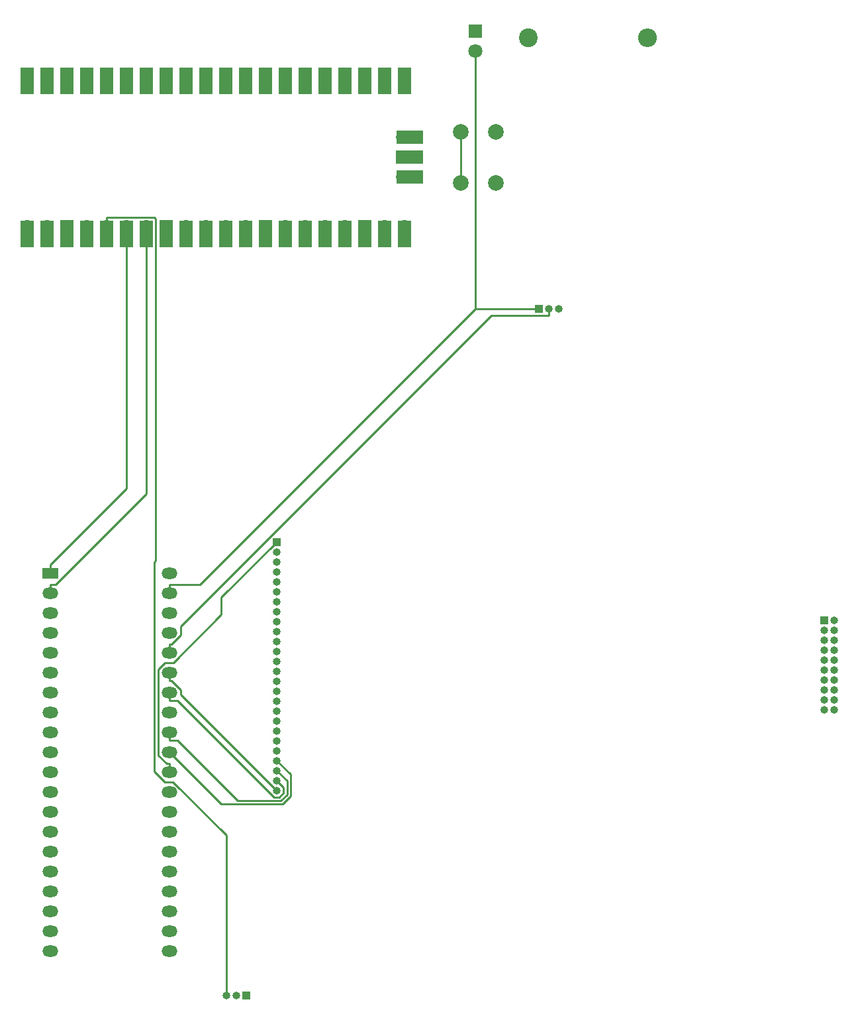
<source format=gbr>
%TF.GenerationSoftware,KiCad,Pcbnew,6.0.2+dfsg-1*%
%TF.CreationDate,2023-02-26T16:07:03-08:00*%
%TF.ProjectId,pico-devboard,7069636f-2d64-4657-9662-6f6172642e6b,rev?*%
%TF.SameCoordinates,Original*%
%TF.FileFunction,Copper,L1,Top*%
%TF.FilePolarity,Positive*%
%FSLAX46Y46*%
G04 Gerber Fmt 4.6, Leading zero omitted, Abs format (unit mm)*
G04 Created by KiCad (PCBNEW 6.0.2+dfsg-1) date 2023-02-26 16:07:03*
%MOMM*%
%LPD*%
G01*
G04 APERTURE LIST*
%TA.AperFunction,ComponentPad*%
%ADD10C,2.000000*%
%TD*%
%TA.AperFunction,ComponentPad*%
%ADD11C,2.400000*%
%TD*%
%TA.AperFunction,ComponentPad*%
%ADD12O,2.400000X2.400000*%
%TD*%
%TA.AperFunction,ComponentPad*%
%ADD13O,1.000000X1.000000*%
%TD*%
%TA.AperFunction,ComponentPad*%
%ADD14R,1.000000X1.000000*%
%TD*%
%TA.AperFunction,ComponentPad*%
%ADD15R,1.800000X1.800000*%
%TD*%
%TA.AperFunction,ComponentPad*%
%ADD16C,1.800000*%
%TD*%
%TA.AperFunction,ComponentPad*%
%ADD17R,2.000000X1.440000*%
%TD*%
%TA.AperFunction,ComponentPad*%
%ADD18O,2.000000X1.440000*%
%TD*%
%TA.AperFunction,SMDPad,CuDef*%
%ADD19R,1.700000X3.500000*%
%TD*%
%TA.AperFunction,ComponentPad*%
%ADD20O,1.700000X1.700000*%
%TD*%
%TA.AperFunction,ComponentPad*%
%ADD21R,1.700000X1.700000*%
%TD*%
%TA.AperFunction,SMDPad,CuDef*%
%ADD22R,3.500000X1.700000*%
%TD*%
%TA.AperFunction,Conductor*%
%ADD23C,0.250000*%
%TD*%
G04 APERTURE END LIST*
D10*
%TO.P,SW1,1,1*%
%TO.N,Net-(SW1-Pad1)*%
X91730000Y-48450000D03*
X91730000Y-41950000D03*
%TO.P,SW1,2,2*%
%TO.N,GND*%
X96230000Y-48450000D03*
X96230000Y-41950000D03*
%TD*%
D11*
%TO.P,R1,1*%
%TO.N,GND*%
X100350000Y-29900000D03*
D12*
%TO.P,R1,2*%
%TO.N,Net-(D1-Pad1)*%
X115590000Y-29900000D03*
%TD*%
D13*
%TO.P,J3,20,Pin_20*%
%TO.N,/j*%
X139445000Y-115805000D03*
%TO.P,J3,19,Pin_19*%
X138175000Y-115805000D03*
%TO.P,J3,18,Pin_18*%
%TO.N,/i*%
X139445000Y-114535000D03*
%TO.P,J3,17,Pin_17*%
X138175000Y-114535000D03*
%TO.P,J3,16,Pin_16*%
%TO.N,/h*%
X139445000Y-113265000D03*
%TO.P,J3,15,Pin_15*%
X138175000Y-113265000D03*
%TO.P,J3,14,Pin_14*%
%TO.N,/g*%
X139445000Y-111995000D03*
%TO.P,J3,13,Pin_13*%
X138175000Y-111995000D03*
%TO.P,J3,12,Pin_12*%
%TO.N,/f*%
X139445000Y-110725000D03*
%TO.P,J3,11,Pin_11*%
X138175000Y-110725000D03*
%TO.P,J3,10,Pin_10*%
%TO.N,/e*%
X139445000Y-109455000D03*
%TO.P,J3,9,Pin_9*%
X138175000Y-109455000D03*
%TO.P,J3,8,Pin_8*%
%TO.N,/d*%
X139445000Y-108185000D03*
%TO.P,J3,7,Pin_7*%
X138175000Y-108185000D03*
%TO.P,J3,6,Pin_6*%
%TO.N,/c*%
X139445000Y-106915000D03*
%TO.P,J3,5,Pin_5*%
X138175000Y-106915000D03*
%TO.P,J3,4,Pin_4*%
%TO.N,/b*%
X139445000Y-105645000D03*
%TO.P,J3,3,Pin_3*%
X138175000Y-105645000D03*
%TO.P,J3,2,Pin_2*%
%TO.N,/a*%
X139445000Y-104375000D03*
D14*
%TO.P,J3,1,Pin_1*%
X138175000Y-104375000D03*
%TD*%
D15*
%TO.P,D1,1,K*%
%TO.N,Net-(D1-Pad1)*%
X93590000Y-29115000D03*
D16*
%TO.P,D1,2,A*%
%TO.N,+5V*%
X93590000Y-31655000D03*
%TD*%
D14*
%TO.P,J5,1,Pin_1*%
%TO.N,/SWDIO*%
X64270000Y-152300000D03*
D13*
%TO.P,J5,2,Pin_2*%
%TO.N,GND*%
X63000000Y-152300000D03*
%TO.P,J5,3,Pin_3*%
%TO.N,/SWCLK*%
X61730000Y-152300000D03*
%TD*%
D17*
%TO.P,J4,1,Pin_1*%
%TO.N,/UART_RX*%
X39207500Y-98310000D03*
D18*
%TO.P,J4,2,Pin_2*%
%TO.N,/UART_TX*%
X39207500Y-100850000D03*
%TO.P,J4,3,Pin_3*%
%TO.N,GND*%
X39207500Y-103390000D03*
%TO.P,J4,4,Pin_4*%
%TO.N,/GPIO_2*%
X39207500Y-105930000D03*
%TO.P,J4,5,Pin_5*%
%TO.N,/GPIO_3*%
X39207500Y-108470000D03*
%TO.P,J4,6,Pin_6*%
%TO.N,/GPIO_4*%
X39207500Y-111010000D03*
%TO.P,J4,7,Pin_7*%
%TO.N,/GPIO_5*%
X39207500Y-113550000D03*
%TO.P,J4,8,Pin_8*%
%TO.N,GND*%
X39207500Y-116090000D03*
%TO.P,J4,9,Pin_9*%
%TO.N,/GPIO_6*%
X39207500Y-118630000D03*
%TO.P,J4,10,Pin_10*%
%TO.N,/GPIO_7*%
X39207500Y-121170000D03*
%TO.P,J4,11,Pin_11*%
%TO.N,/GPIO_8*%
X39207500Y-123710000D03*
%TO.P,J4,12,Pin_12*%
%TO.N,/GPIO_9*%
X39207500Y-126250000D03*
%TO.P,J4,13,Pin_13*%
%TO.N,GND*%
X39207500Y-128790000D03*
%TO.P,J4,14,Pin_14*%
%TO.N,/GPIO_10*%
X39207500Y-131330000D03*
%TO.P,J4,15,Pin_15*%
%TO.N,/GPIO_11*%
X39207500Y-133870000D03*
%TO.P,J4,16,Pin_16*%
%TO.N,/GPIO_12*%
X39207500Y-136410000D03*
%TO.P,J4,17,Pin_17*%
%TO.N,/GPIO_13*%
X39207500Y-138950000D03*
%TO.P,J4,18,Pin_18*%
%TO.N,GND*%
X39207500Y-141490000D03*
%TO.P,J4,19,Pin_19*%
%TO.N,/GPIO_14*%
X39207500Y-144030000D03*
%TO.P,J4,20,Pin_20*%
%TO.N,/GPIO_15*%
X39207500Y-146570000D03*
%TO.P,J4,21,Pin_21*%
%TO.N,/GPIO_16*%
X54447500Y-146570000D03*
%TO.P,J4,22,Pin_22*%
%TO.N,/GPIO_17*%
X54447500Y-144030000D03*
%TO.P,J4,23,Pin_23*%
%TO.N,GND*%
X54447500Y-141490000D03*
%TO.P,J4,24,Pin_24*%
%TO.N,/GPIO_18*%
X54447500Y-138950000D03*
%TO.P,J4,25,Pin_25*%
%TO.N,/GPIO_19*%
X54447500Y-136410000D03*
%TO.P,J4,26,Pin_26*%
%TO.N,/GPIO_20*%
X54447500Y-133870000D03*
%TO.P,J4,27,Pin_27*%
%TO.N,/GPIO_21*%
X54447500Y-131330000D03*
%TO.P,J4,28,Pin_28*%
%TO.N,GND*%
X54447500Y-128790000D03*
%TO.P,J4,29,Pin_29*%
%TO.N,/GPIO_22*%
X54447500Y-126250000D03*
%TO.P,J4,30,Pin_30*%
%TO.N,/RUN*%
X54447500Y-123710000D03*
%TO.P,J4,31,Pin_31*%
%TO.N,/GPIO_26*%
X54447500Y-121170000D03*
%TO.P,J4,32,Pin_32*%
%TO.N,/GPIO_27*%
X54447500Y-118630000D03*
%TO.P,J4,33,Pin_33*%
%TO.N,GND*%
X54447500Y-116090000D03*
%TO.P,J4,34,Pin_34*%
%TO.N,/GPIO_28*%
X54447500Y-113550000D03*
%TO.P,J4,35,Pin_35*%
%TO.N,/ADC_VREF*%
X54447500Y-111010000D03*
%TO.P,J4,36,Pin_36*%
%TO.N,+3V3*%
X54447500Y-108470000D03*
%TO.P,J4,37,Pin_37*%
%TO.N,unconnected-(J4-Pad37)*%
X54447500Y-105930000D03*
%TO.P,J4,38,Pin_38*%
%TO.N,GND*%
X54447500Y-103390000D03*
%TO.P,J4,39,Pin_39*%
%TO.N,+5V*%
X54447500Y-100850000D03*
%TO.P,J4,40,Pin_40*%
%TO.N,unconnected-(J4-Pad40)*%
X54447500Y-98310000D03*
%TD*%
D14*
%TO.P,J2,1,Pin_1*%
%TO.N,/RUN*%
X68200000Y-94325000D03*
D13*
%TO.P,J2,2,Pin_2*%
%TO.N,/GPIO_2*%
X68200000Y-95595000D03*
%TO.P,J2,3,Pin_3*%
%TO.N,/GPIO_3*%
X68200000Y-96865000D03*
%TO.P,J2,4,Pin_4*%
%TO.N,/GPIO_4*%
X68200000Y-98135000D03*
%TO.P,J2,5,Pin_5*%
%TO.N,/GPIO_5*%
X68200000Y-99405000D03*
%TO.P,J2,6,Pin_6*%
%TO.N,/GPIO_6*%
X68200000Y-100675000D03*
%TO.P,J2,7,Pin_7*%
%TO.N,/GPIO_7*%
X68200000Y-101945000D03*
%TO.P,J2,8,Pin_8*%
%TO.N,/GPIO_8*%
X68200000Y-103215000D03*
%TO.P,J2,9,Pin_9*%
%TO.N,/GPIO_9*%
X68200000Y-104485000D03*
%TO.P,J2,10,Pin_10*%
%TO.N,/GPIO_10*%
X68200000Y-105755000D03*
%TO.P,J2,11,Pin_11*%
%TO.N,/GPIO_11*%
X68200000Y-107025000D03*
%TO.P,J2,12,Pin_12*%
%TO.N,/GPIO_12*%
X68200000Y-108295000D03*
%TO.P,J2,13,Pin_13*%
%TO.N,/GPIO_13*%
X68200000Y-109565000D03*
%TO.P,J2,14,Pin_14*%
%TO.N,/GPIO_14*%
X68200000Y-110835000D03*
%TO.P,J2,15,Pin_15*%
%TO.N,/GPIO_15*%
X68200000Y-112105000D03*
%TO.P,J2,16,Pin_16*%
%TO.N,/GPIO_16*%
X68200000Y-113375000D03*
%TO.P,J2,17,Pin_17*%
%TO.N,/GPIO_17*%
X68200000Y-114645000D03*
%TO.P,J2,18,Pin_18*%
%TO.N,/GPIO_18*%
X68200000Y-115915000D03*
%TO.P,J2,19,Pin_19*%
%TO.N,/GPIO_19*%
X68200000Y-117185000D03*
%TO.P,J2,20,Pin_20*%
%TO.N,/GPIO_20*%
X68200000Y-118455000D03*
%TO.P,J2,21,Pin_21*%
%TO.N,/GPIO_21*%
X68200000Y-119725000D03*
%TO.P,J2,22,Pin_22*%
%TO.N,/GPIO_22*%
X68200000Y-120995000D03*
%TO.P,J2,23,Pin_23*%
%TO.N,/GPIO_26*%
X68200000Y-122265000D03*
%TO.P,J2,24,Pin_24*%
%TO.N,/GPIO_27*%
X68200000Y-123535000D03*
%TO.P,J2,25,Pin_25*%
%TO.N,/GPIO_28*%
X68200000Y-124805000D03*
%TO.P,J2,26,Pin_26*%
%TO.N,/ADC_VREF*%
X68200000Y-126075000D03*
%TD*%
%TO.P,J1,3,Pin_3*%
%TO.N,GND*%
X104275000Y-64600000D03*
%TO.P,J1,2,Pin_2*%
%TO.N,+3V3*%
X103005000Y-64600000D03*
D14*
%TO.P,J1,1,Pin_1*%
%TO.N,+5V*%
X101735000Y-64600000D03*
%TD*%
D19*
%TO.P,U1,1,GPIO0*%
%TO.N,unconnected-(U1-Pad1)*%
X36270000Y-54990000D03*
D20*
X36270000Y-54090000D03*
%TO.P,U1,2,GPIO1*%
%TO.N,unconnected-(U1-Pad2)*%
X38810000Y-54090000D03*
D19*
X38810000Y-54990000D03*
%TO.P,U1,3,GND*%
%TO.N,GND*%
X41350000Y-54990000D03*
D21*
X41350000Y-54090000D03*
D20*
%TO.P,U1,4,GPIO2*%
%TO.N,/SWDIO*%
X43890000Y-54090000D03*
D19*
X43890000Y-54990000D03*
D20*
%TO.P,U1,5,GPIO3*%
%TO.N,/SWCLK*%
X46430000Y-54090000D03*
D19*
X46430000Y-54990000D03*
%TO.P,U1,6,GPIO4*%
%TO.N,/UART_RX*%
X48970000Y-54990000D03*
D20*
X48970000Y-54090000D03*
D19*
%TO.P,U1,7,GPIO5*%
%TO.N,/UART_TX*%
X51510000Y-54990000D03*
D20*
X51510000Y-54090000D03*
D21*
%TO.P,U1,8,GND*%
%TO.N,GND*%
X54050000Y-54090000D03*
D19*
X54050000Y-54990000D03*
D20*
%TO.P,U1,9,GPIO6*%
%TO.N,unconnected-(U1-Pad9)*%
X56590000Y-54090000D03*
D19*
X56590000Y-54990000D03*
%TO.P,U1,10,GPIO7*%
%TO.N,unconnected-(U1-Pad10)*%
X59130000Y-54990000D03*
D20*
X59130000Y-54090000D03*
%TO.P,U1,11,GPIO8*%
%TO.N,unconnected-(U1-Pad11)*%
X61670000Y-54090000D03*
D19*
X61670000Y-54990000D03*
D20*
%TO.P,U1,12,GPIO9*%
%TO.N,unconnected-(U1-Pad12)*%
X64210000Y-54090000D03*
D19*
X64210000Y-54990000D03*
%TO.P,U1,13,GND*%
%TO.N,GND*%
X66750000Y-54990000D03*
D21*
X66750000Y-54090000D03*
D19*
%TO.P,U1,14,GPIO10*%
%TO.N,unconnected-(U1-Pad14)*%
X69290000Y-54990000D03*
D20*
X69290000Y-54090000D03*
D19*
%TO.P,U1,15,GPIO11*%
%TO.N,unconnected-(U1-Pad15)*%
X71830000Y-54990000D03*
D20*
X71830000Y-54090000D03*
D19*
%TO.P,U1,16,GPIO12*%
%TO.N,unconnected-(U1-Pad16)*%
X74370000Y-54990000D03*
D20*
X74370000Y-54090000D03*
D19*
%TO.P,U1,17,GPIO13*%
%TO.N,unconnected-(U1-Pad17)*%
X76910000Y-54990000D03*
D20*
X76910000Y-54090000D03*
D19*
%TO.P,U1,18,GND*%
%TO.N,GND*%
X79450000Y-54990000D03*
D21*
X79450000Y-54090000D03*
D20*
%TO.P,U1,19,GPIO14*%
%TO.N,unconnected-(U1-Pad19)*%
X81990000Y-54090000D03*
D19*
X81990000Y-54990000D03*
%TO.P,U1,20,GPIO15*%
%TO.N,unconnected-(U1-Pad20)*%
X84530000Y-54990000D03*
D20*
X84530000Y-54090000D03*
D19*
%TO.P,U1,21,GPIO16*%
%TO.N,unconnected-(U1-Pad21)*%
X84530000Y-35410000D03*
D20*
X84530000Y-36310000D03*
%TO.P,U1,22,GPIO17*%
%TO.N,unconnected-(U1-Pad22)*%
X81990000Y-36310000D03*
D19*
X81990000Y-35410000D03*
%TO.P,U1,23,GND*%
%TO.N,GND*%
X79450000Y-35410000D03*
D21*
X79450000Y-36310000D03*
D19*
%TO.P,U1,24,GPIO18*%
%TO.N,unconnected-(U1-Pad24)*%
X76910000Y-35410000D03*
D20*
X76910000Y-36310000D03*
D19*
%TO.P,U1,25,GPIO19*%
%TO.N,unconnected-(U1-Pad25)*%
X74370000Y-35410000D03*
D20*
X74370000Y-36310000D03*
D19*
%TO.P,U1,26,GPIO20*%
%TO.N,unconnected-(U1-Pad26)*%
X71830000Y-35410000D03*
D20*
X71830000Y-36310000D03*
%TO.P,U1,27,GPIO21*%
%TO.N,unconnected-(U1-Pad27)*%
X69290000Y-36310000D03*
D19*
X69290000Y-35410000D03*
D21*
%TO.P,U1,28,GND*%
%TO.N,GND*%
X66750000Y-36310000D03*
D19*
X66750000Y-35410000D03*
%TO.P,U1,29,GPIO22*%
%TO.N,unconnected-(U1-Pad29)*%
X64210000Y-35410000D03*
D20*
X64210000Y-36310000D03*
D19*
%TO.P,U1,30,RUN*%
%TO.N,Net-(SW1-Pad1)*%
X61670000Y-35410000D03*
D20*
X61670000Y-36310000D03*
%TO.P,U1,31,GPIO26_ADC0*%
%TO.N,unconnected-(U1-Pad31)*%
X59130000Y-36310000D03*
D19*
X59130000Y-35410000D03*
D20*
%TO.P,U1,32,GPIO27_ADC1*%
%TO.N,unconnected-(U1-Pad32)*%
X56590000Y-36310000D03*
D19*
X56590000Y-35410000D03*
D21*
%TO.P,U1,33,AGND*%
%TO.N,GND*%
X54050000Y-36310000D03*
D19*
X54050000Y-35410000D03*
%TO.P,U1,34,GPIO28_ADC2*%
%TO.N,unconnected-(U1-Pad34)*%
X51510000Y-35410000D03*
D20*
X51510000Y-36310000D03*
D19*
%TO.P,U1,35,ADC_VREF*%
%TO.N,unconnected-(U1-Pad35)*%
X48970000Y-35410000D03*
D20*
X48970000Y-36310000D03*
D19*
%TO.P,U1,36,3V3*%
%TO.N,unconnected-(U1-Pad36)*%
X46430000Y-35410000D03*
D20*
X46430000Y-36310000D03*
D19*
%TO.P,U1,37,3V3_EN*%
%TO.N,unconnected-(U1-Pad37)*%
X43890000Y-35410000D03*
D20*
X43890000Y-36310000D03*
D21*
%TO.P,U1,38,GND*%
%TO.N,GND*%
X41350000Y-36310000D03*
D19*
X41350000Y-35410000D03*
%TO.P,U1,39,VSYS*%
%TO.N,Net-(U1-Pad39)*%
X38810000Y-35410000D03*
D20*
X38810000Y-36310000D03*
%TO.P,U1,40,VBUS*%
X36270000Y-36310000D03*
D19*
X36270000Y-35410000D03*
D22*
%TO.P,U1,41,SWCLK*%
%TO.N,unconnected-(U1-Pad41)*%
X85200000Y-47740000D03*
D20*
X84300000Y-47740000D03*
D22*
%TO.P,U1,42,GND*%
%TO.N,GND*%
X85200000Y-45200000D03*
D21*
X84300000Y-45200000D03*
D22*
%TO.P,U1,43,SWDIO*%
%TO.N,unconnected-(U1-Pad43)*%
X85200000Y-42660000D03*
D20*
X84300000Y-42660000D03*
%TD*%
D23*
%TO.N,/ADC_VREF*%
X54741500Y-112055300D02*
X54447500Y-112055300D01*
X55942100Y-113255900D02*
X54741500Y-112055300D01*
X55942100Y-113817100D02*
X55942100Y-113255900D01*
X68200000Y-126075000D02*
X55942100Y-113817100D01*
X54447500Y-111010000D02*
X54447500Y-112055300D01*
%TO.N,/UART_TX*%
X39893500Y-99804700D02*
X39207500Y-99804700D01*
X51510000Y-88188200D02*
X39893500Y-99804700D01*
X51510000Y-54090000D02*
X51510000Y-88188200D01*
X39207500Y-100850000D02*
X39207500Y-99804700D01*
%TO.N,/UART_RX*%
X48970000Y-87502200D02*
X39207500Y-97264700D01*
X48970000Y-54090000D02*
X48970000Y-87502200D01*
X39207500Y-98310000D02*
X39207500Y-97264700D01*
%TO.N,/SWCLK*%
X61730000Y-131767000D02*
X61730000Y-152300000D01*
X54943000Y-124980000D02*
X61730000Y-131767000D01*
X53876000Y-124980000D02*
X54943000Y-124980000D01*
X52572700Y-123676700D02*
X53876000Y-124980000D01*
X52572700Y-96863200D02*
X52572700Y-123676700D01*
X52685400Y-96750500D02*
X52572700Y-96863200D01*
X52685400Y-53037300D02*
X52685400Y-96750500D01*
X52562800Y-52914700D02*
X52685400Y-53037300D01*
X46430000Y-52914700D02*
X52562800Y-52914700D01*
X46430000Y-54090000D02*
X46430000Y-52914700D01*
%TO.N,Net-(SW1-Pad1)*%
X91730000Y-41950000D02*
X91730000Y-48450000D01*
%TO.N,+3V3*%
X54741500Y-107424700D02*
X54447500Y-107424700D01*
X55942100Y-106224100D02*
X54741500Y-107424700D01*
X55942100Y-105121400D02*
X55942100Y-106224100D01*
X95638200Y-65425300D02*
X55942100Y-105121400D01*
X103005000Y-65425300D02*
X95638200Y-65425300D01*
X103005000Y-64600000D02*
X103005000Y-65425300D01*
X54447500Y-108470000D02*
X54447500Y-107424700D01*
%TO.N,+5V*%
X54447500Y-100850000D02*
X54447500Y-99804700D01*
X93590000Y-64600000D02*
X93590000Y-31655000D01*
X101735000Y-64600000D02*
X93590000Y-64600000D01*
X58385300Y-99804700D02*
X54447500Y-99804700D01*
X93590000Y-64600000D02*
X58385300Y-99804700D01*
%TO.N,/GPIO_28*%
X55492800Y-114595300D02*
X54447500Y-114595300D01*
X67825000Y-126927500D02*
X55492800Y-114595300D01*
X68538900Y-126927500D02*
X67825000Y-126927500D01*
X69071400Y-126395000D02*
X68538900Y-126927500D01*
X69071400Y-125676400D02*
X69071400Y-126395000D01*
X68200000Y-124805000D02*
X69071400Y-125676400D01*
X54447500Y-113550000D02*
X54447500Y-114595300D01*
%TO.N,/GPIO_27*%
X54447500Y-118630000D02*
X54447500Y-119675300D01*
X55492800Y-119675300D02*
X54447500Y-119675300D01*
X63215300Y-127397800D02*
X55492800Y-119675300D01*
X68743200Y-127397800D02*
X63215300Y-127397800D01*
X69521700Y-126619300D02*
X68743200Y-127397800D01*
X69521700Y-124856700D02*
X69521700Y-126619300D01*
X68200000Y-123535000D02*
X69521700Y-124856700D01*
%TO.N,/GPIO_26*%
X61125700Y-127848200D02*
X54447500Y-121170000D01*
X68948200Y-127848200D02*
X61125700Y-127848200D01*
X69972100Y-126824300D02*
X68948200Y-127848200D01*
X69972100Y-124037100D02*
X69972100Y-126824300D01*
X68200000Y-122265000D02*
X69972100Y-124037100D01*
%TO.N,/RUN*%
X54153500Y-122664700D02*
X54447500Y-122664700D01*
X53079200Y-121590400D02*
X54153500Y-122664700D01*
X53079200Y-110582100D02*
X53079200Y-121590400D01*
X53921300Y-109740000D02*
X53079200Y-110582100D01*
X54949000Y-109740000D02*
X53921300Y-109740000D01*
X61112200Y-103576800D02*
X54949000Y-109740000D01*
X61112200Y-101412800D02*
X61112200Y-103576800D01*
X68200000Y-94325000D02*
X61112200Y-101412800D01*
X54447500Y-123710000D02*
X54447500Y-122664700D01*
%TD*%
M02*

</source>
